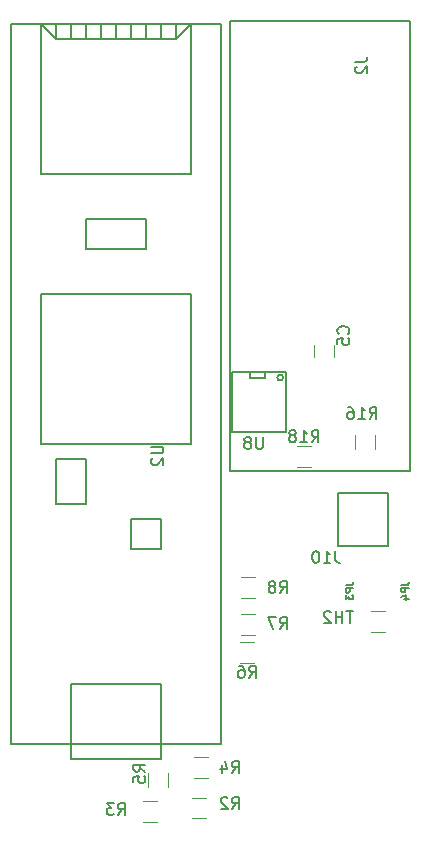
<source format=gbr>
G04 #@! TF.GenerationSoftware,KiCad,Pcbnew,(5.0.1)-rc2*
G04 #@! TF.CreationDate,2018-11-18T21:24:52-07:00*
G04 #@! TF.ProjectId,GPSLogger,4750534C6F676765722E6B696361645F,rev?*
G04 #@! TF.SameCoordinates,Original*
G04 #@! TF.FileFunction,Legend,Bot*
G04 #@! TF.FilePolarity,Positive*
%FSLAX46Y46*%
G04 Gerber Fmt 4.6, Leading zero omitted, Abs format (unit mm)*
G04 Created by KiCad (PCBNEW (5.0.1)-rc2) date 11/18/2018 9:24:52 PM*
%MOMM*%
%LPD*%
G01*
G04 APERTURE LIST*
%ADD10C,0.150000*%
%ADD11C,0.120000*%
%ADD12C,0.127000*%
G04 APERTURE END LIST*
D10*
G04 #@! TO.C,U2*
X128778000Y-87884000D02*
X146558000Y-87884000D01*
X146558000Y-26924000D02*
X128778000Y-26924000D01*
X140208000Y-45974000D02*
X140208000Y-43434000D01*
X135128000Y-45974000D02*
X140208000Y-45974000D01*
X135128000Y-43434000D02*
X135128000Y-45974000D01*
X140208000Y-43434000D02*
X135128000Y-43434000D01*
X133858000Y-82804000D02*
X133858000Y-87884000D01*
X141478000Y-82804000D02*
X141478000Y-87884000D01*
X133858000Y-82804000D02*
X141478000Y-82804000D01*
X141478000Y-89154000D02*
X141478000Y-87884000D01*
X133858000Y-89154000D02*
X141478000Y-89154000D01*
X133858000Y-87884000D02*
X133858000Y-89154000D01*
X128778000Y-87884000D02*
X128778000Y-26924000D01*
X146558000Y-26924000D02*
X146558000Y-87884000D01*
X131318000Y-39624000D02*
X131318000Y-26924000D01*
X144018000Y-39624000D02*
X131318000Y-39624000D01*
X144018000Y-26924000D02*
X144018000Y-39624000D01*
X142748000Y-28194000D02*
X144018000Y-26924000D01*
X132588000Y-28194000D02*
X142748000Y-28194000D01*
X131318000Y-26924000D02*
X132588000Y-28194000D01*
X142748000Y-28194000D02*
X142748000Y-26924000D01*
X141478000Y-28194000D02*
X141478000Y-26924000D01*
X140208000Y-28194000D02*
X140208000Y-26924000D01*
X138938000Y-28194000D02*
X138938000Y-26924000D01*
X137668000Y-28194000D02*
X137668000Y-26924000D01*
X136398000Y-28194000D02*
X136398000Y-26924000D01*
X135128000Y-28194000D02*
X135128000Y-26924000D01*
X133858000Y-28194000D02*
X133858000Y-26924000D01*
X132588000Y-28194000D02*
X132588000Y-26924000D01*
X144018000Y-62484000D02*
X144018000Y-49784000D01*
X131318000Y-62484000D02*
X131318000Y-49784000D01*
X144018000Y-62484000D02*
X131318000Y-62484000D01*
X131318000Y-49784000D02*
X144018000Y-49784000D01*
X135128000Y-63754000D02*
X132588000Y-63754000D01*
X135128000Y-67564000D02*
X135128000Y-63754000D01*
X132588000Y-67564000D02*
X135128000Y-67564000D01*
X132588000Y-63754000D02*
X132588000Y-67564000D01*
X141478000Y-68834000D02*
X141478000Y-71374000D01*
X138938000Y-68834000D02*
X141478000Y-68834000D01*
X138938000Y-71374000D02*
X138938000Y-68834000D01*
X141478000Y-71374000D02*
X138938000Y-71374000D01*
D11*
G04 #@! TO.C,C5*
X156171000Y-54157500D02*
X156171000Y-55157500D01*
X154471000Y-55157500D02*
X154471000Y-54157500D01*
G04 #@! TO.C,R2*
X145316500Y-92465000D02*
X144116500Y-92465000D01*
X144116500Y-94225000D02*
X145316500Y-94225000D01*
G04 #@! TO.C,R3*
X139986500Y-94542500D02*
X141186500Y-94542500D01*
X141186500Y-92782500D02*
X139986500Y-92782500D01*
G04 #@! TO.C,R4*
X145507000Y-89036000D02*
X144307000Y-89036000D01*
X144307000Y-90796000D02*
X145507000Y-90796000D01*
G04 #@! TO.C,R5*
X142104000Y-91598000D02*
X142104000Y-90398000D01*
X140344000Y-90398000D02*
X140344000Y-91598000D01*
G04 #@! TO.C,R6*
X148183000Y-81080500D02*
X149383000Y-81080500D01*
X149383000Y-79320500D02*
X148183000Y-79320500D01*
G04 #@! TO.C,R7*
X149444000Y-76907500D02*
X148244000Y-76907500D01*
X148244000Y-78667500D02*
X149444000Y-78667500D01*
G04 #@! TO.C,R8*
X149446500Y-73796000D02*
X148246500Y-73796000D01*
X148246500Y-75556000D02*
X149446500Y-75556000D01*
G04 #@! TO.C,R16*
X159630000Y-62959500D02*
X159630000Y-61759500D01*
X157870000Y-61759500D02*
X157870000Y-62959500D01*
G04 #@! TO.C,R18*
X154204000Y-62683500D02*
X153004000Y-62683500D01*
X153004000Y-64443500D02*
X154204000Y-64443500D01*
G04 #@! TO.C,TH2*
X160490500Y-76653500D02*
X159290500Y-76653500D01*
X159290500Y-78413500D02*
X160490500Y-78413500D01*
D10*
G04 #@! TO.C,U8*
X151828500Y-56896000D02*
G75*
G03X151828500Y-56896000I-254000J0D01*
G01*
X147510500Y-56388000D02*
X147510500Y-61468000D01*
X147510500Y-61468000D02*
X152082500Y-61468000D01*
X152082500Y-61468000D02*
X152082500Y-56388000D01*
X152082500Y-56388000D02*
X147510500Y-56388000D01*
X149034500Y-56388000D02*
X149034500Y-56896000D01*
X149034500Y-56896000D02*
X150304500Y-56896000D01*
X150304500Y-56896000D02*
X150304500Y-56388000D01*
G04 #@! TO.C,J2*
X162560000Y-26670000D02*
X162560000Y-64770000D01*
X162560000Y-64770000D02*
X147320000Y-64770000D01*
X147320000Y-64770000D02*
X147320000Y-26670000D01*
X147320000Y-26670000D02*
X162560000Y-26670000D01*
G04 #@! TO.C,J10*
X156480000Y-66628000D02*
X156480000Y-71128000D01*
X156480000Y-71128000D02*
X160730000Y-71128000D01*
X160730000Y-71128000D02*
X160730000Y-66628000D01*
X160730000Y-66628000D02*
X156480000Y-66628000D01*
G04 #@! TO.C,U2*
X140676380Y-62738095D02*
X141485904Y-62738095D01*
X141581142Y-62785714D01*
X141628761Y-62833333D01*
X141676380Y-62928571D01*
X141676380Y-63119047D01*
X141628761Y-63214285D01*
X141581142Y-63261904D01*
X141485904Y-63309523D01*
X140676380Y-63309523D01*
X140771619Y-63738095D02*
X140724000Y-63785714D01*
X140676380Y-63880952D01*
X140676380Y-64119047D01*
X140724000Y-64214285D01*
X140771619Y-64261904D01*
X140866857Y-64309523D01*
X140962095Y-64309523D01*
X141104952Y-64261904D01*
X141676380Y-63690476D01*
X141676380Y-64309523D01*
G04 #@! TO.C,C5*
X157329142Y-53173333D02*
X157376761Y-53125714D01*
X157424380Y-52982857D01*
X157424380Y-52887619D01*
X157376761Y-52744761D01*
X157281523Y-52649523D01*
X157186285Y-52601904D01*
X156995809Y-52554285D01*
X156852952Y-52554285D01*
X156662476Y-52601904D01*
X156567238Y-52649523D01*
X156472000Y-52744761D01*
X156424380Y-52887619D01*
X156424380Y-52982857D01*
X156472000Y-53125714D01*
X156519619Y-53173333D01*
X156424380Y-54078095D02*
X156424380Y-53601904D01*
X156900571Y-53554285D01*
X156852952Y-53601904D01*
X156805333Y-53697142D01*
X156805333Y-53935238D01*
X156852952Y-54030476D01*
X156900571Y-54078095D01*
X156995809Y-54125714D01*
X157233904Y-54125714D01*
X157329142Y-54078095D01*
X157376761Y-54030476D01*
X157424380Y-53935238D01*
X157424380Y-53697142D01*
X157376761Y-53601904D01*
X157329142Y-53554285D01*
G04 #@! TO.C,R2*
X147486666Y-93416380D02*
X147820000Y-92940190D01*
X148058095Y-93416380D02*
X148058095Y-92416380D01*
X147677142Y-92416380D01*
X147581904Y-92464000D01*
X147534285Y-92511619D01*
X147486666Y-92606857D01*
X147486666Y-92749714D01*
X147534285Y-92844952D01*
X147581904Y-92892571D01*
X147677142Y-92940190D01*
X148058095Y-92940190D01*
X147105714Y-92511619D02*
X147058095Y-92464000D01*
X146962857Y-92416380D01*
X146724761Y-92416380D01*
X146629523Y-92464000D01*
X146581904Y-92511619D01*
X146534285Y-92606857D01*
X146534285Y-92702095D01*
X146581904Y-92844952D01*
X147153333Y-93416380D01*
X146534285Y-93416380D01*
G04 #@! TO.C,R3*
X137834666Y-93924380D02*
X138168000Y-93448190D01*
X138406095Y-93924380D02*
X138406095Y-92924380D01*
X138025142Y-92924380D01*
X137929904Y-92972000D01*
X137882285Y-93019619D01*
X137834666Y-93114857D01*
X137834666Y-93257714D01*
X137882285Y-93352952D01*
X137929904Y-93400571D01*
X138025142Y-93448190D01*
X138406095Y-93448190D01*
X137501333Y-92924380D02*
X136882285Y-92924380D01*
X137215619Y-93305333D01*
X137072761Y-93305333D01*
X136977523Y-93352952D01*
X136929904Y-93400571D01*
X136882285Y-93495809D01*
X136882285Y-93733904D01*
X136929904Y-93829142D01*
X136977523Y-93876761D01*
X137072761Y-93924380D01*
X137358476Y-93924380D01*
X137453714Y-93876761D01*
X137501333Y-93829142D01*
G04 #@! TO.C,R4*
X147486666Y-90368380D02*
X147820000Y-89892190D01*
X148058095Y-90368380D02*
X148058095Y-89368380D01*
X147677142Y-89368380D01*
X147581904Y-89416000D01*
X147534285Y-89463619D01*
X147486666Y-89558857D01*
X147486666Y-89701714D01*
X147534285Y-89796952D01*
X147581904Y-89844571D01*
X147677142Y-89892190D01*
X148058095Y-89892190D01*
X146629523Y-89701714D02*
X146629523Y-90368380D01*
X146867619Y-89320761D02*
X147105714Y-90035047D01*
X146486666Y-90035047D01*
G04 #@! TO.C,R5*
X140152380Y-90257333D02*
X139676190Y-89924000D01*
X140152380Y-89685904D02*
X139152380Y-89685904D01*
X139152380Y-90066857D01*
X139200000Y-90162095D01*
X139247619Y-90209714D01*
X139342857Y-90257333D01*
X139485714Y-90257333D01*
X139580952Y-90209714D01*
X139628571Y-90162095D01*
X139676190Y-90066857D01*
X139676190Y-89685904D01*
X139152380Y-91162095D02*
X139152380Y-90685904D01*
X139628571Y-90638285D01*
X139580952Y-90685904D01*
X139533333Y-90781142D01*
X139533333Y-91019238D01*
X139580952Y-91114476D01*
X139628571Y-91162095D01*
X139723809Y-91209714D01*
X139961904Y-91209714D01*
X140057142Y-91162095D01*
X140104761Y-91114476D01*
X140152380Y-91019238D01*
X140152380Y-90781142D01*
X140104761Y-90685904D01*
X140057142Y-90638285D01*
G04 #@! TO.C,R6*
X148949666Y-82302880D02*
X149283000Y-81826690D01*
X149521095Y-82302880D02*
X149521095Y-81302880D01*
X149140142Y-81302880D01*
X149044904Y-81350500D01*
X148997285Y-81398119D01*
X148949666Y-81493357D01*
X148949666Y-81636214D01*
X148997285Y-81731452D01*
X149044904Y-81779071D01*
X149140142Y-81826690D01*
X149521095Y-81826690D01*
X148092523Y-81302880D02*
X148283000Y-81302880D01*
X148378238Y-81350500D01*
X148425857Y-81398119D01*
X148521095Y-81540976D01*
X148568714Y-81731452D01*
X148568714Y-82112404D01*
X148521095Y-82207642D01*
X148473476Y-82255261D01*
X148378238Y-82302880D01*
X148187761Y-82302880D01*
X148092523Y-82255261D01*
X148044904Y-82207642D01*
X147997285Y-82112404D01*
X147997285Y-81874309D01*
X148044904Y-81779071D01*
X148092523Y-81731452D01*
X148187761Y-81683833D01*
X148378238Y-81683833D01*
X148473476Y-81731452D01*
X148521095Y-81779071D01*
X148568714Y-81874309D01*
G04 #@! TO.C,R7*
X151550666Y-78176380D02*
X151884000Y-77700190D01*
X152122095Y-78176380D02*
X152122095Y-77176380D01*
X151741142Y-77176380D01*
X151645904Y-77224000D01*
X151598285Y-77271619D01*
X151550666Y-77366857D01*
X151550666Y-77509714D01*
X151598285Y-77604952D01*
X151645904Y-77652571D01*
X151741142Y-77700190D01*
X152122095Y-77700190D01*
X151217333Y-77176380D02*
X150550666Y-77176380D01*
X150979238Y-78176380D01*
G04 #@! TO.C,R8*
X151550666Y-75128380D02*
X151884000Y-74652190D01*
X152122095Y-75128380D02*
X152122095Y-74128380D01*
X151741142Y-74128380D01*
X151645904Y-74176000D01*
X151598285Y-74223619D01*
X151550666Y-74318857D01*
X151550666Y-74461714D01*
X151598285Y-74556952D01*
X151645904Y-74604571D01*
X151741142Y-74652190D01*
X152122095Y-74652190D01*
X150979238Y-74556952D02*
X151074476Y-74509333D01*
X151122095Y-74461714D01*
X151169714Y-74366476D01*
X151169714Y-74318857D01*
X151122095Y-74223619D01*
X151074476Y-74176000D01*
X150979238Y-74128380D01*
X150788761Y-74128380D01*
X150693523Y-74176000D01*
X150645904Y-74223619D01*
X150598285Y-74318857D01*
X150598285Y-74366476D01*
X150645904Y-74461714D01*
X150693523Y-74509333D01*
X150788761Y-74556952D01*
X150979238Y-74556952D01*
X151074476Y-74604571D01*
X151122095Y-74652190D01*
X151169714Y-74747428D01*
X151169714Y-74937904D01*
X151122095Y-75033142D01*
X151074476Y-75080761D01*
X150979238Y-75128380D01*
X150788761Y-75128380D01*
X150693523Y-75080761D01*
X150645904Y-75033142D01*
X150598285Y-74937904D01*
X150598285Y-74747428D01*
X150645904Y-74652190D01*
X150693523Y-74604571D01*
X150788761Y-74556952D01*
G04 #@! TO.C,R16*
X159138857Y-60396380D02*
X159472190Y-59920190D01*
X159710285Y-60396380D02*
X159710285Y-59396380D01*
X159329333Y-59396380D01*
X159234095Y-59444000D01*
X159186476Y-59491619D01*
X159138857Y-59586857D01*
X159138857Y-59729714D01*
X159186476Y-59824952D01*
X159234095Y-59872571D01*
X159329333Y-59920190D01*
X159710285Y-59920190D01*
X158186476Y-60396380D02*
X158757904Y-60396380D01*
X158472190Y-60396380D02*
X158472190Y-59396380D01*
X158567428Y-59539238D01*
X158662666Y-59634476D01*
X158757904Y-59682095D01*
X157329333Y-59396380D02*
X157519809Y-59396380D01*
X157615047Y-59444000D01*
X157662666Y-59491619D01*
X157757904Y-59634476D01*
X157805523Y-59824952D01*
X157805523Y-60205904D01*
X157757904Y-60301142D01*
X157710285Y-60348761D01*
X157615047Y-60396380D01*
X157424571Y-60396380D01*
X157329333Y-60348761D01*
X157281714Y-60301142D01*
X157234095Y-60205904D01*
X157234095Y-59967809D01*
X157281714Y-59872571D01*
X157329333Y-59824952D01*
X157424571Y-59777333D01*
X157615047Y-59777333D01*
X157710285Y-59824952D01*
X157757904Y-59872571D01*
X157805523Y-59967809D01*
G04 #@! TO.C,R18*
X154246857Y-62365880D02*
X154580190Y-61889690D01*
X154818285Y-62365880D02*
X154818285Y-61365880D01*
X154437333Y-61365880D01*
X154342095Y-61413500D01*
X154294476Y-61461119D01*
X154246857Y-61556357D01*
X154246857Y-61699214D01*
X154294476Y-61794452D01*
X154342095Y-61842071D01*
X154437333Y-61889690D01*
X154818285Y-61889690D01*
X153294476Y-62365880D02*
X153865904Y-62365880D01*
X153580190Y-62365880D02*
X153580190Y-61365880D01*
X153675428Y-61508738D01*
X153770666Y-61603976D01*
X153865904Y-61651595D01*
X152723047Y-61794452D02*
X152818285Y-61746833D01*
X152865904Y-61699214D01*
X152913523Y-61603976D01*
X152913523Y-61556357D01*
X152865904Y-61461119D01*
X152818285Y-61413500D01*
X152723047Y-61365880D01*
X152532571Y-61365880D01*
X152437333Y-61413500D01*
X152389714Y-61461119D01*
X152342095Y-61556357D01*
X152342095Y-61603976D01*
X152389714Y-61699214D01*
X152437333Y-61746833D01*
X152532571Y-61794452D01*
X152723047Y-61794452D01*
X152818285Y-61842071D01*
X152865904Y-61889690D01*
X152913523Y-61984928D01*
X152913523Y-62175404D01*
X152865904Y-62270642D01*
X152818285Y-62318261D01*
X152723047Y-62365880D01*
X152532571Y-62365880D01*
X152437333Y-62318261D01*
X152389714Y-62270642D01*
X152342095Y-62175404D01*
X152342095Y-61984928D01*
X152389714Y-61889690D01*
X152437333Y-61842071D01*
X152532571Y-61794452D01*
G04 #@! TO.C,TH2*
X157749714Y-76668380D02*
X157178285Y-76668380D01*
X157464000Y-77668380D02*
X157464000Y-76668380D01*
X156844952Y-77668380D02*
X156844952Y-76668380D01*
X156844952Y-77144571D02*
X156273523Y-77144571D01*
X156273523Y-77668380D02*
X156273523Y-76668380D01*
X155844952Y-76763619D02*
X155797333Y-76716000D01*
X155702095Y-76668380D01*
X155464000Y-76668380D01*
X155368761Y-76716000D01*
X155321142Y-76763619D01*
X155273523Y-76858857D01*
X155273523Y-76954095D01*
X155321142Y-77096952D01*
X155892571Y-77668380D01*
X155273523Y-77668380D01*
G04 #@! TO.C,U8*
X150113904Y-61936380D02*
X150113904Y-62745904D01*
X150066285Y-62841142D01*
X150018666Y-62888761D01*
X149923428Y-62936380D01*
X149732952Y-62936380D01*
X149637714Y-62888761D01*
X149590095Y-62841142D01*
X149542476Y-62745904D01*
X149542476Y-61936380D01*
X148923428Y-62364952D02*
X149018666Y-62317333D01*
X149066285Y-62269714D01*
X149113904Y-62174476D01*
X149113904Y-62126857D01*
X149066285Y-62031619D01*
X149018666Y-61984000D01*
X148923428Y-61936380D01*
X148732952Y-61936380D01*
X148637714Y-61984000D01*
X148590095Y-62031619D01*
X148542476Y-62126857D01*
X148542476Y-62174476D01*
X148590095Y-62269714D01*
X148637714Y-62317333D01*
X148732952Y-62364952D01*
X148923428Y-62364952D01*
X149018666Y-62412571D01*
X149066285Y-62460190D01*
X149113904Y-62555428D01*
X149113904Y-62745904D01*
X149066285Y-62841142D01*
X149018666Y-62888761D01*
X148923428Y-62936380D01*
X148732952Y-62936380D01*
X148637714Y-62888761D01*
X148590095Y-62841142D01*
X148542476Y-62745904D01*
X148542476Y-62555428D01*
X148590095Y-62460190D01*
X148637714Y-62412571D01*
X148732952Y-62364952D01*
G04 #@! TO.C,J2*
X157948380Y-30146666D02*
X158662666Y-30146666D01*
X158805523Y-30099047D01*
X158900761Y-30003809D01*
X158948380Y-29860952D01*
X158948380Y-29765714D01*
X158043619Y-30575238D02*
X157996000Y-30622857D01*
X157948380Y-30718095D01*
X157948380Y-30956190D01*
X157996000Y-31051428D01*
X158043619Y-31099047D01*
X158138857Y-31146666D01*
X158234095Y-31146666D01*
X158376952Y-31099047D01*
X158948380Y-30527619D01*
X158948380Y-31146666D01*
G04 #@! TO.C,J10*
X156257523Y-71588380D02*
X156257523Y-72302666D01*
X156305142Y-72445523D01*
X156400380Y-72540761D01*
X156543238Y-72588380D01*
X156638476Y-72588380D01*
X155257523Y-72588380D02*
X155828952Y-72588380D01*
X155543238Y-72588380D02*
X155543238Y-71588380D01*
X155638476Y-71731238D01*
X155733714Y-71826476D01*
X155828952Y-71874095D01*
X154638476Y-71588380D02*
X154543238Y-71588380D01*
X154448000Y-71636000D01*
X154400380Y-71683619D01*
X154352761Y-71778857D01*
X154305142Y-71969333D01*
X154305142Y-72207428D01*
X154352761Y-72397904D01*
X154400380Y-72493142D01*
X154448000Y-72540761D01*
X154543238Y-72588380D01*
X154638476Y-72588380D01*
X154733714Y-72540761D01*
X154781333Y-72493142D01*
X154828952Y-72397904D01*
X154876571Y-72207428D01*
X154876571Y-71969333D01*
X154828952Y-71778857D01*
X154781333Y-71683619D01*
X154733714Y-71636000D01*
X154638476Y-71588380D01*
G04 #@! TO.C,JP3*
D12*
X157146171Y-74460100D02*
X157581600Y-74460100D01*
X157668685Y-74431071D01*
X157726742Y-74373014D01*
X157755771Y-74285928D01*
X157755771Y-74227871D01*
X157755771Y-74750385D02*
X157146171Y-74750385D01*
X157146171Y-74982614D01*
X157175200Y-75040671D01*
X157204228Y-75069700D01*
X157262285Y-75098728D01*
X157349371Y-75098728D01*
X157407428Y-75069700D01*
X157436457Y-75040671D01*
X157465485Y-74982614D01*
X157465485Y-74750385D01*
X157146171Y-75301928D02*
X157146171Y-75679300D01*
X157378400Y-75476100D01*
X157378400Y-75563185D01*
X157407428Y-75621242D01*
X157436457Y-75650271D01*
X157494514Y-75679300D01*
X157639657Y-75679300D01*
X157697714Y-75650271D01*
X157726742Y-75621242D01*
X157755771Y-75563185D01*
X157755771Y-75389014D01*
X157726742Y-75330957D01*
X157697714Y-75301928D01*
G04 #@! TO.C,JP4*
X161845171Y-74447400D02*
X162280600Y-74447400D01*
X162367685Y-74418371D01*
X162425742Y-74360314D01*
X162454771Y-74273228D01*
X162454771Y-74215171D01*
X162454771Y-74737685D02*
X161845171Y-74737685D01*
X161845171Y-74969914D01*
X161874200Y-75027971D01*
X161903228Y-75057000D01*
X161961285Y-75086028D01*
X162048371Y-75086028D01*
X162106428Y-75057000D01*
X162135457Y-75027971D01*
X162164485Y-74969914D01*
X162164485Y-74737685D01*
X162048371Y-75608542D02*
X162454771Y-75608542D01*
X161816142Y-75463400D02*
X162251571Y-75318257D01*
X162251571Y-75695628D01*
G04 #@! TD*
M02*

</source>
